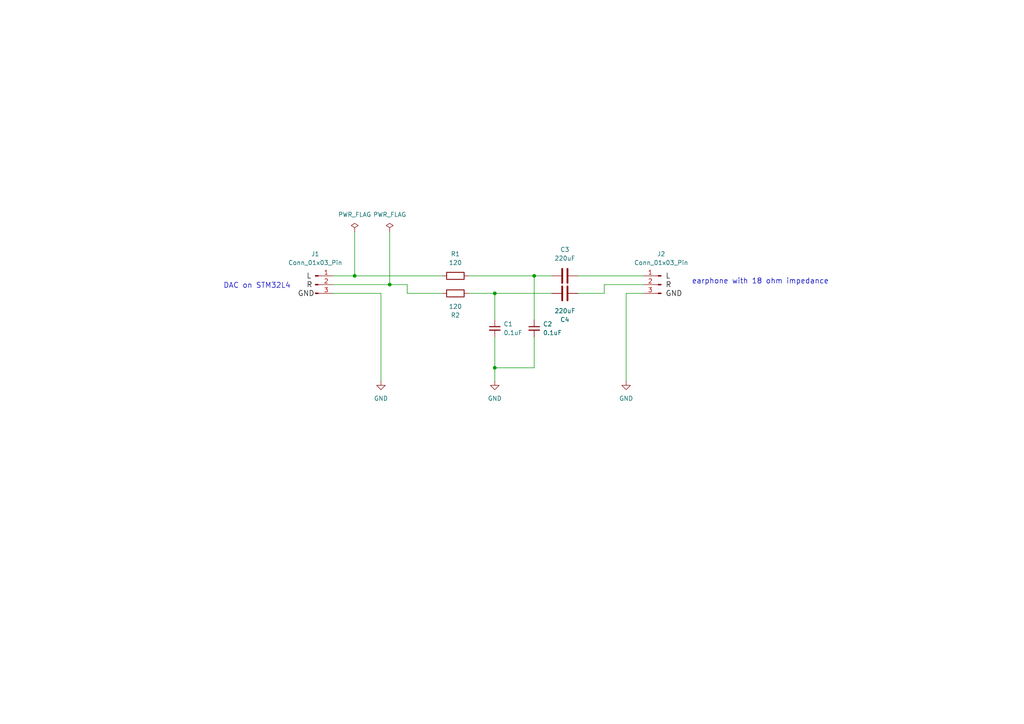
<source format=kicad_sch>
(kicad_sch (version 20230121) (generator eeschema)
  (paper "A4")
  (title_block (title "DAC to earphone adaptor") (date "2018-10-02"))
  (lib_symbols
    (symbol "Connector:Conn_01x03_Pin" (pin_names (offset 1.016) hide)
      (property "Reference" "J" (at 0 5.08 0))
      (property "Value" "Conn_01x03_Pin" (at 0 -5.08 0))
      (symbol "Conn_01x03_Pin_1_1"
        (polyline (pts (xy 1.27 -2.54) (xy 0.8636 -2.54)) (stroke (width 0.1524)))
        (polyline (pts (xy 1.27 0) (xy 0.8636 0)) (stroke (width 0.1524)))
        (polyline (pts (xy 1.27 2.54) (xy 0.8636 2.54)) (stroke (width 0.1524)))
        (rectangle (start 0.8636 -2.413) (end 0 -2.667) (stroke (width 0.1524)) (fill (type outline)))
        (rectangle (start 0.8636 0.127) (end 0 -0.127) (stroke (width 0.1524)) (fill (type outline)))
        (rectangle (start 0.8636 2.667) (end 0 2.413) (stroke (width 0.1524)) (fill (type outline)))
        (pin passive line (at 5.08 2.54 180) (length 3.81) (name "Pin_1") (number "1"))
        (pin passive line (at 5.08 0 180) (length 3.81) (name "Pin_2") (number "2"))
        (pin passive line (at 5.08 -2.54 180) (length 3.81) (name "Pin_3") (number "3"))
      )
    )
    (symbol "Device:C" (pin_numbers hide) (pin_names (offset 0.254))
      (property "Reference" "C" (at 0.635 2.54 0))
      (property "Value" "C" (at 0.635 -2.54 0))
      (symbol "C_0_1"
        (polyline (pts (xy -2.032 -0.762) (xy 2.032 -0.762)) (stroke (width 0.508)))
        (polyline (pts (xy -2.032 0.762) (xy 2.032 0.762)) (stroke (width 0.508)))
      )
      (symbol "C_1_1"
        (pin passive line (at 0 3.81 270) (length 2.794) (name "~") (number "1"))
        (pin passive line (at 0 -3.81 90) (length 2.794) (name "~") (number "2"))
      )
    )
    (symbol "Device:C_Small" (pin_numbers hide) (pin_names (offset 0.254) hide)
      (property "Reference" "C" (at 0.254 1.778 0))
      (property "Value" "C_Small" (at 0.254 -2.032 0))
      (symbol "C_Small_0_1"
        (polyline (pts (xy -1.524 -0.508) (xy 1.524 -0.508)) (stroke (width 0.3302)))
        (polyline (pts (xy -1.524 0.508) (xy 1.524 0.508)) (stroke (width 0.3048)))
      )
      (symbol "C_Small_1_1"
        (pin passive line (at 0 2.54 270) (length 2.032) (name "~") (number "1"))
        (pin passive line (at 0 -2.54 90) (length 2.032) (name "~") (number "2"))
      )
    )
    (symbol "Device:R" (pin_numbers hide) (pin_names (offset 0))
      (property "Reference" "R" (at 2.032 0 90))
      (property "Value" "R" (at 0 0 90))
      (symbol "R_0_1"
        (rectangle (start -1.016 -2.54) (end 1.016 2.54) (stroke (width 0.254)))
      )
      (symbol "R_1_1"
        (pin passive line (at 0 3.81 270) (length 1.27) (name "~") (number "1"))
        (pin passive line (at 0 -3.81 90) (length 1.27) (name "~") (number "2"))
      )
    )
    (symbol "power:GND" (power) (pin_names (offset 0))
      (property "Value" "GND" (at 0 -3.81 0))
      (symbol "GND_0_1"
        (polyline (pts (xy 0 0) (xy 0 -1.27) (xy 1.27 -1.27) (xy 0 -2.54) (xy -1.27 -1.27) (xy 0 -1.27)))
      )
      (symbol "GND_1_1"
        (pin power_in line (at 0 0 270) (length 0) hide (name "GND") (number "1"))
      )
    )
    (symbol "power:PWR_FLAG" (power) (pin_numbers hide) (pin_names (offset 0) hide)
      (property "Value" "PWR_FLAG" (at 0 3.81 0))
      (symbol "PWR_FLAG_0_0"
        (pin power_out line (at 0 0 90) (length 0) (name "pwr") (number "1"))
      )
      (symbol "PWR_FLAG_0_1"
        (polyline (pts (xy 0 0) (xy 0 1.27) (xy -1.016 1.905) (xy 0 2.54) (xy 1.016 1.905) (xy 0 1.27)))
      )
    )
  )
  (junction (at 143.51 85.09))
  (junction (at 102.87 80.01))
  (junction (at 143.51 106.68))
  (junction (at 154.94 80.01))
  (junction (at 113.03 82.55))
  (wire (pts (xy 181.61 85.09) (xy 181.61 110.49)))
  (wire (pts (xy 154.94 97.79) (xy 154.94 106.68)))
  (wire (pts (xy 143.51 85.09) (xy 143.51 92.71)))
  (wire (pts (xy 110.49 85.09) (xy 110.49 110.49)))
  (wire (pts (xy 186.69 85.09) (xy 181.61 85.09)))
  (wire (pts (xy 102.87 80.01) (xy 128.27 80.01)))
  (wire (pts (xy 102.87 67.31) (xy 102.87 80.01)))
  (wire (pts (xy 175.26 82.55) (xy 175.26 85.09)))
  (wire (pts (xy 135.89 80.01) (xy 154.94 80.01)))
  (wire (pts (xy 113.03 67.31) (xy 113.03 82.55)))
  (wire (pts (xy 167.64 85.09) (xy 175.26 85.09)))
  (wire (pts (xy 154.94 80.01) (xy 160.02 80.01)))
  (wire (pts (xy 96.52 80.01) (xy 102.87 80.01)))
  (wire (pts (xy 143.51 85.09) (xy 160.02 85.09)))
  (wire (pts (xy 96.52 82.55) (xy 113.03 82.55)))
  (wire (pts (xy 135.89 85.09) (xy 143.51 85.09)))
  (wire (pts (xy 167.64 80.01) (xy 186.69 80.01)))
  (wire (pts (xy 186.69 82.55) (xy 175.26 82.55)))
  (wire (pts (xy 143.51 106.68) (xy 143.51 110.49)))
  (wire (pts (xy 118.11 82.55) (xy 118.11 85.09)))
  (wire (pts (xy 154.94 80.01) (xy 154.94 92.71)))
  (wire (pts (xy 154.94 106.68) (xy 143.51 106.68)))
  (wire (pts (xy 118.11 85.09) (xy 128.27 85.09)))
  (wire (pts (xy 96.52 85.09) (xy 110.49 85.09)))
  (wire (pts (xy 113.03 82.55) (xy 118.11 82.55)))
  (wire (pts (xy 143.51 97.79) (xy 143.51 106.68)))
  (text "DAC on STM32L4" (at 64.77 83.82 0) (effects (font (size 1.524 1.524)) (justify left bottom)))
  (text "earphone with 18 ohm impedance" (at 200.66 82.55 0) (effects (font (size 1.524 1.524)) (justify left bottom)))
  (label "GND" (at 193.04 86.36 0) (effects (font (size 1.524 1.524))))
  (label "R" (at 88.9 83.82 0) (effects (font (size 1.524 1.524))))
  (label "L" (at 193.04 81.28 0) (effects (font (size 1.524 1.524))))
  (label "GND" (at 86.36 86.36 0) (effects (font (size 1.524 1.524))))
  (label "L" (at 88.9 81.28 0) (effects (font (size 1.524 1.524))))
  (label "R" (at 193.04 83.82 0) (effects (font (size 1.524 1.524))))
  (symbol (lib_id "Device:C") (at 163.83 80.01 270) (unit 1)
    (property "Reference" "C3" (at 163.83 72.39 90))
    (property "Value" "220uF" (at 163.83 74.93 90))
  )
  (symbol (lib_id "Device:C_Small") (at 154.94 95.25 0) (unit 1)
    (property "Reference" "C2" (at 157.48 93.9863 0) (effects (justify left)))
    (property "Value" "0.1uF" (at 157.48 96.5263 0) (effects (justify left)))
  )
  (symbol (lib_id "Device:C") (at 163.83 85.09 90) (mirror x) (unit 1)
    (property "Reference" "C4" (at 163.83 92.71 90))
    (property "Value" "220uF" (at 163.83 90.17 90))
  )
  (symbol (lib_id "power:PWR_FLAG") (at 113.03 67.31 0) (unit 1)
    (property "Reference" "#FLG01" (effects hide))
    (property "Value" "PWR_FLAG" (at 113.03 62.23 0))
  )
  (symbol (lib_id "Device:C_Small") (at 143.51 95.25 0) (unit 1)
    (property "Reference" "C1" (at 146.05 93.9863 0) (effects (justify left)))
    (property "Value" "0.1uF" (at 146.05 96.5263 0) (effects (justify left)))
  )
  (symbol (lib_id "Device:R") (at 132.08 80.01 270) (unit 1)
    (property "Reference" "R1" (at 132.08 73.66 90))
    (property "Value" "120" (at 132.08 76.2 90))
  )
  (symbol (lib_id "power:GND") (at 110.49 110.49 0) (mirror y) (unit 1)
    (property "Reference" "#PWR01" (effects hide))
    (property "Value" "GND" (at 110.49 115.57 0))
  )
  (symbol (lib_id "Connector:Conn_01x03_Pin") (at 191.77 82.55 0) (mirror y) (unit 1)
    (property "Reference" "J2" (at 191.77 73.66 0))
    (property "Value" "Conn_01x03_Pin" (at 191.77 76.2 0))
  )
  (symbol (lib_id "power:GND") (at 143.51 110.49 0) (unit 1)
    (property "Reference" "#PWR02" (effects hide))
    (property "Value" "GND" (at 143.51 115.57 0))
  )
  (symbol (lib_id "Connector:Conn_01x03_Pin") (at 91.44 82.55 0) (unit 1)
    (property "Reference" "J1" (at 91.44 73.66 0))
    (property "Value" "Conn_01x03_Pin" (at 91.44 76.2 0))
  )
  (symbol (lib_id "power:GND") (at 181.61 110.49 0) (unit 1)
    (property "Reference" "#PWR03" (effects hide))
    (property "Value" "GND" (at 181.61 115.57 0))
  )
  (symbol (lib_id "power:PWR_FLAG") (at 102.87 67.31 0) (unit 1)
    (property "Reference" "#FLG02" (effects hide))
    (property "Value" "PWR_FLAG" (at 102.87 62.23 0))
  )
  (symbol (lib_id "Device:R") (at 132.08 85.09 270) (mirror x) (unit 1)
    (property "Reference" "R2" (at 132.08 91.44 90))
    (property "Value" "120" (at 132.08 88.9 90))
  )
)
</source>
